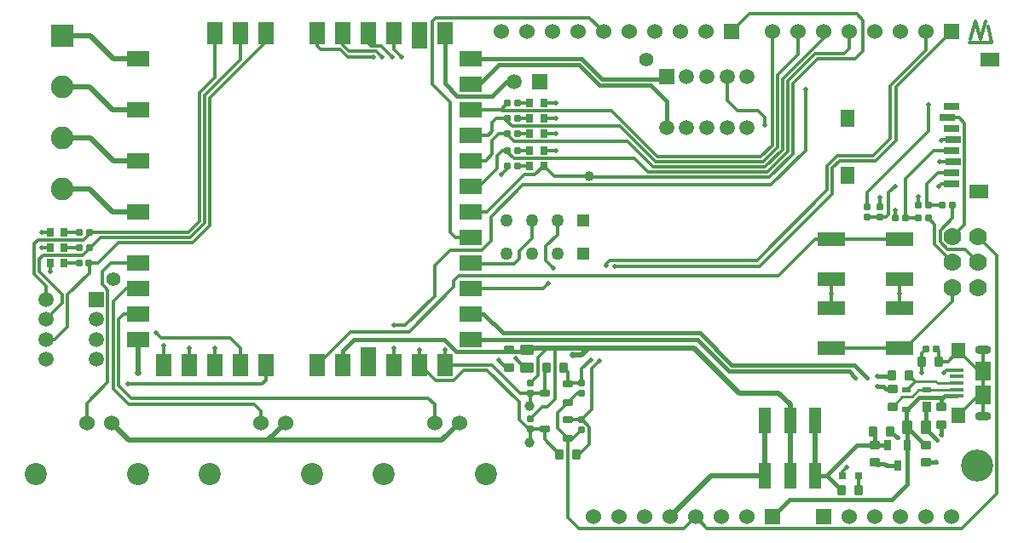
<source format=gtl>
G04 Layer_Physical_Order=1*
G04 Layer_Color=255*
%FSLAX25Y25*%
%MOIN*%
G70*
G01*
G75*
%ADD10R,0.06000X0.09000*%
%ADD11R,0.09000X0.06000*%
G04:AMPARAMS|DCode=12|XSize=39.37mil|YSize=35.43mil|CornerRadius=4.43mil|HoleSize=0mil|Usage=FLASHONLY|Rotation=270.000|XOffset=0mil|YOffset=0mil|HoleType=Round|Shape=RoundedRectangle|*
%AMROUNDEDRECTD12*
21,1,0.03937,0.02658,0,0,270.0*
21,1,0.03051,0.03543,0,0,270.0*
1,1,0.00886,-0.01329,-0.01526*
1,1,0.00886,-0.01329,0.01526*
1,1,0.00886,0.01329,0.01526*
1,1,0.00886,0.01329,-0.01526*
%
%ADD12ROUNDEDRECTD12*%
%ADD13C,0.03937*%
G04:AMPARAMS|DCode=14|XSize=55.12mil|YSize=39.37mil|CornerRadius=4.92mil|HoleSize=0mil|Usage=FLASHONLY|Rotation=0.000|XOffset=0mil|YOffset=0mil|HoleType=Round|Shape=RoundedRectangle|*
%AMROUNDEDRECTD14*
21,1,0.05512,0.02953,0,0,0.0*
21,1,0.04528,0.03937,0,0,0.0*
1,1,0.00984,0.02264,-0.01476*
1,1,0.00984,-0.02264,-0.01476*
1,1,0.00984,-0.02264,0.01476*
1,1,0.00984,0.02264,0.01476*
%
%ADD14ROUNDEDRECTD14*%
%ADD15R,0.10827X0.05512*%
%ADD16R,0.05512X0.06299*%
%ADD17R,0.06102X0.07480*%
%ADD18R,0.05315X0.01575*%
%ADD19R,0.03000X0.04000*%
G04:AMPARAMS|DCode=20|XSize=39.37mil|YSize=35.43mil|CornerRadius=4.43mil|HoleSize=0mil|Usage=FLASHONLY|Rotation=0.000|XOffset=0mil|YOffset=0mil|HoleType=Round|Shape=RoundedRectangle|*
%AMROUNDEDRECTD20*
21,1,0.03937,0.02658,0,0,0.0*
21,1,0.03051,0.03543,0,0,0.0*
1,1,0.00886,0.01526,-0.01329*
1,1,0.00886,-0.01526,-0.01329*
1,1,0.00886,-0.01526,0.01329*
1,1,0.00886,0.01526,0.01329*
%
%ADD20ROUNDEDRECTD20*%
G04:AMPARAMS|DCode=21|XSize=23.62mil|YSize=23.62mil|CornerRadius=2.36mil|HoleSize=0mil|Usage=FLASHONLY|Rotation=90.000|XOffset=0mil|YOffset=0mil|HoleType=Round|Shape=RoundedRectangle|*
%AMROUNDEDRECTD21*
21,1,0.02362,0.01890,0,0,90.0*
21,1,0.01890,0.02362,0,0,90.0*
1,1,0.00472,0.00945,0.00945*
1,1,0.00472,0.00945,-0.00945*
1,1,0.00472,-0.00945,-0.00945*
1,1,0.00472,-0.00945,0.00945*
%
%ADD21ROUNDEDRECTD21*%
%ADD22R,0.03347X0.02362*%
%ADD23R,0.03347X0.03937*%
G04:AMPARAMS|DCode=24|XSize=55.12mil|YSize=39.37mil|CornerRadius=4.92mil|HoleSize=0mil|Usage=FLASHONLY|Rotation=90.000|XOffset=0mil|YOffset=0mil|HoleType=Round|Shape=RoundedRectangle|*
%AMROUNDEDRECTD24*
21,1,0.05512,0.02953,0,0,90.0*
21,1,0.04528,0.03937,0,0,90.0*
1,1,0.00984,0.01476,0.02264*
1,1,0.00984,0.01476,-0.02264*
1,1,0.00984,-0.01476,-0.02264*
1,1,0.00984,-0.01476,0.02264*
%
%ADD24ROUNDEDRECTD24*%
%ADD25R,0.05906X0.03150*%
%ADD26R,0.07480X0.05512*%
%ADD27R,0.05512X0.07087*%
%ADD28R,0.03000X0.03200*%
%ADD29R,0.04724X0.09843*%
%ADD30R,0.03150X0.03150*%
G04:AMPARAMS|DCode=31|XSize=23.62mil|YSize=39.37mil|CornerRadius=2.95mil|HoleSize=0mil|Usage=FLASHONLY|Rotation=90.000|XOffset=0mil|YOffset=0mil|HoleType=Round|Shape=RoundedRectangle|*
%AMROUNDEDRECTD31*
21,1,0.02362,0.03347,0,0,90.0*
21,1,0.01772,0.03937,0,0,90.0*
1,1,0.00591,0.01673,0.00886*
1,1,0.00591,0.01673,-0.00886*
1,1,0.00591,-0.01673,-0.00886*
1,1,0.00591,-0.01673,0.00886*
%
%ADD31ROUNDEDRECTD31*%
G04:AMPARAMS|DCode=32|XSize=23.62mil|YSize=23.62mil|CornerRadius=2.36mil|HoleSize=0mil|Usage=FLASHONLY|Rotation=0.000|XOffset=0mil|YOffset=0mil|HoleType=Round|Shape=RoundedRectangle|*
%AMROUNDEDRECTD32*
21,1,0.02362,0.01890,0,0,0.0*
21,1,0.01890,0.02362,0,0,0.0*
1,1,0.00472,0.00945,-0.00945*
1,1,0.00472,-0.00945,-0.00945*
1,1,0.00472,-0.00945,0.00945*
1,1,0.00472,0.00945,0.00945*
%
%ADD32ROUNDEDRECTD32*%
%ADD33C,0.02000*%
%ADD34C,0.01200*%
%ADD35C,0.01800*%
%ADD36C,0.01500*%
%ADD37C,0.01600*%
%ADD38C,0.01000*%
%ADD39R,0.06000X0.04000*%
%ADD40R,0.06000X0.06000*%
%ADD41C,0.02000*%
%ADD42C,0.05512*%
%ADD43R,0.05906X0.05906*%
%ADD44C,0.05906*%
%ADD45R,0.08858X0.08858*%
%ADD46C,0.08858*%
%ADD47C,0.02600*%
%ADD48O,0.06299X0.03543*%
%ADD49C,0.07000*%
%ADD50C,0.06000*%
%ADD51C,0.12598*%
%ADD52R,0.05906X0.05906*%
%ADD53C,0.05000*%
%ADD54R,0.05000X0.05000*%
%ADD55C,0.08661*%
D10*
X122000Y199500D02*
D03*
X132000D02*
D03*
X142000D02*
D03*
X152000D02*
D03*
X162000D02*
D03*
X172000D02*
D03*
Y69500D02*
D03*
X162000D02*
D03*
X152000D02*
D03*
X142000D02*
D03*
X132000D02*
D03*
X122000D02*
D03*
X102000D02*
D03*
X92000D02*
D03*
X82000D02*
D03*
X72000D02*
D03*
X62000D02*
D03*
X102000Y199500D02*
D03*
X92000D02*
D03*
X82000D02*
D03*
D11*
X182000Y189500D02*
D03*
Y179500D02*
D03*
Y169500D02*
D03*
Y159500D02*
D03*
Y149500D02*
D03*
Y139500D02*
D03*
Y129500D02*
D03*
Y119500D02*
D03*
Y109500D02*
D03*
Y99500D02*
D03*
X52000Y189500D02*
D03*
Y169500D02*
D03*
Y149500D02*
D03*
Y129500D02*
D03*
Y109500D02*
D03*
Y99500D02*
D03*
Y89500D02*
D03*
Y79500D02*
D03*
X182000Y89500D02*
D03*
Y79500D02*
D03*
D12*
X216653Y34500D02*
D03*
X223346D02*
D03*
X211807Y68500D02*
D03*
X218500D02*
D03*
X346193Y43500D02*
D03*
X339500D02*
D03*
X358374Y70976D02*
D03*
X365067D02*
D03*
X353346Y65500D02*
D03*
X327000Y20500D02*
D03*
X333693D02*
D03*
X346654Y65500D02*
D03*
D13*
X228500Y143500D02*
D03*
X205000Y39000D02*
D03*
Y53500D02*
D03*
D14*
X204043Y75543D02*
D03*
Y68457D02*
D03*
D15*
X323213Y76126D02*
D03*
Y91874D02*
D03*
X349787Y76126D02*
D03*
Y91874D02*
D03*
X349787Y118874D02*
D03*
Y103126D02*
D03*
X323213Y118874D02*
D03*
Y103126D02*
D03*
D16*
X372886Y49902D02*
D03*
Y75098D02*
D03*
D17*
X382531Y67225D02*
D03*
Y57775D02*
D03*
D18*
X372000Y67618D02*
D03*
Y65059D02*
D03*
Y57382D02*
D03*
Y59941D02*
D03*
Y62500D02*
D03*
D19*
X352740Y38268D02*
D03*
X345260D02*
D03*
X349000Y30000D02*
D03*
D20*
X340000Y38193D02*
D03*
Y31500D02*
D03*
X360000Y38193D02*
D03*
Y31500D02*
D03*
X347000Y53307D02*
D03*
X197000Y68654D02*
D03*
Y75346D02*
D03*
X366000Y53000D02*
D03*
Y46307D02*
D03*
X347000Y60000D02*
D03*
D21*
X364189Y75976D02*
D03*
X360252D02*
D03*
X196531Y172000D02*
D03*
X200468D02*
D03*
X32937Y109500D02*
D03*
X29000D02*
D03*
X32969Y115500D02*
D03*
X29032D02*
D03*
X32969Y121500D02*
D03*
X29032D02*
D03*
X196531Y166000D02*
D03*
X200468D02*
D03*
X196531Y160000D02*
D03*
X200468D02*
D03*
X196531Y153500D02*
D03*
X200468D02*
D03*
X200437Y147500D02*
D03*
X196500D02*
D03*
X360968Y132000D02*
D03*
X357031D02*
D03*
X351969Y127000D02*
D03*
X348031D02*
D03*
X366500Y132000D02*
D03*
X370437D02*
D03*
X357063Y127000D02*
D03*
X361000D02*
D03*
D22*
X352465Y59740D02*
D03*
Y52260D02*
D03*
X360535Y59740D02*
D03*
D23*
Y53047D02*
D03*
D24*
X360043Y45000D02*
D03*
X352957D02*
D03*
D25*
X370075Y170830D02*
D03*
X368500Y166500D02*
D03*
X370075Y162169D02*
D03*
X370862Y157838D02*
D03*
X370075Y153507D02*
D03*
X370862Y149177D02*
D03*
X370075Y144846D02*
D03*
Y140515D02*
D03*
D26*
X385232Y189177D02*
D03*
X380705Y137405D02*
D03*
D27*
X329524Y166106D02*
D03*
Y143704D02*
D03*
D28*
X17750Y109500D02*
D03*
X23250D02*
D03*
X17750Y115500D02*
D03*
X23250D02*
D03*
X17750Y121500D02*
D03*
X23250D02*
D03*
X210750Y166000D02*
D03*
X205250D02*
D03*
X210750Y160000D02*
D03*
X205250D02*
D03*
X210750Y172000D02*
D03*
X205250D02*
D03*
X210750Y153500D02*
D03*
X205250D02*
D03*
X210750Y147500D02*
D03*
X205250D02*
D03*
D29*
X297158Y47827D02*
D03*
X316843D02*
D03*
X307000D02*
D03*
Y26173D02*
D03*
X316843D02*
D03*
X297158D02*
D03*
D30*
X327350Y26000D02*
D03*
X333650D02*
D03*
D31*
X220028Y40760D02*
D03*
Y48240D02*
D03*
X210972Y44500D02*
D03*
X220028Y54760D02*
D03*
Y62240D02*
D03*
X210972Y58500D02*
D03*
D32*
X225500Y48000D02*
D03*
Y44063D02*
D03*
Y62468D02*
D03*
Y58531D02*
D03*
X205500Y58563D02*
D03*
Y62500D02*
D03*
Y44532D02*
D03*
Y48469D02*
D03*
X342000Y127532D02*
D03*
Y131468D02*
D03*
X337000Y127500D02*
D03*
Y131437D02*
D03*
D33*
X102965Y40000D02*
X170965D01*
X48327D02*
X102965D01*
X109646Y46681D01*
X170965Y40000D02*
X177646Y46681D01*
X41646D02*
X48327Y40000D01*
X307000Y47827D02*
Y54000D01*
X302500Y58500D02*
X307000Y54000D01*
X287000Y58500D02*
X302500D01*
X307000Y26173D02*
Y47827D01*
X52000Y66500D02*
Y79500D01*
X41500Y46354D02*
X41646Y46500D01*
X42000Y129500D02*
X52000D01*
X33000Y138500D02*
X42000Y129500D01*
X22500Y138500D02*
X33000D01*
X212000Y76000D02*
X215000D01*
X204500D02*
X212000D01*
X204043Y75543D02*
X204500Y76000D01*
X269500D02*
X287000Y58500D01*
X260000Y10000D02*
X276173Y26173D01*
X297158D01*
X316843D02*
Y47827D01*
X297158Y26173D02*
Y47827D01*
X22500Y178500D02*
X33000D01*
X42000Y169500D01*
X52000D01*
X22500Y158500D02*
X33500D01*
X42500Y149500D01*
X52000D01*
X22500Y198500D02*
X33500D01*
X42500Y189500D01*
X52000D01*
X225500Y73500D02*
X228000Y76000D01*
X222000Y73500D02*
X225500D01*
X215000Y76000D02*
X228000D01*
X269500D01*
D34*
X168000Y46681D02*
Y54000D01*
X165500Y56500D02*
X168000Y54000D01*
X49500Y56500D02*
X165500D01*
X100000Y46681D02*
Y51500D01*
X97500Y54000D02*
X100000Y51500D01*
X48500Y54000D02*
X97500D01*
X361000Y161000D02*
Y171500D01*
X337000Y137000D02*
X361000Y161000D01*
X337000Y131437D02*
Y137000D01*
X235000Y108500D02*
Y109000D01*
X236500Y110500D01*
X238500Y108000D02*
X295000D01*
X323500Y136500D01*
X236500Y110500D02*
X294000D01*
X321500Y138000D01*
Y147500D01*
X323500Y136500D02*
Y146672D01*
X321500Y147500D02*
X325500Y151500D01*
X323500Y146672D02*
X326328Y149500D01*
X325500Y151500D02*
X339500D01*
X326328Y149500D02*
X340500D01*
X339500Y151500D02*
X346000Y158000D01*
X340500Y149500D02*
X348500Y157500D01*
X346000Y158000D02*
Y178828D01*
X348500Y157500D02*
Y178500D01*
X346000Y178828D02*
X360000Y192828D01*
Y200000D01*
X348500Y178500D02*
X370000Y200000D01*
X265600Y5600D02*
X270000Y10000D01*
X224400Y5600D02*
X265600D01*
X365500Y149000D02*
X365677Y149177D01*
X370862D01*
X366000Y157500D02*
X366338Y157838D01*
X370862D01*
X299500Y140000D02*
X313000Y153500D01*
Y177500D01*
X308000Y152186D02*
Y179843D01*
X298814Y143000D02*
X308000Y152186D01*
X229000Y143000D02*
X298814D01*
X306000Y153015D02*
Y180672D01*
X297985Y145000D02*
X306000Y153015D01*
X251500Y145000D02*
X297985D01*
X304000Y153843D02*
Y181500D01*
X297157Y147000D02*
X304000Y153843D01*
X253500Y147000D02*
X297157D01*
X302000Y154672D02*
Y183000D01*
X296328Y149000D02*
X302000Y154672D01*
X254328Y149000D02*
X296328D01*
X300000Y155500D02*
Y200000D01*
X295500Y151000D02*
X300000Y155500D01*
X255157Y151000D02*
X295500D01*
X316874Y118874D02*
X323213D01*
X349787Y97500D02*
Y103126D01*
Y91874D02*
Y97500D01*
X323213D02*
Y103126D01*
Y91874D02*
Y97500D01*
X342000Y131468D02*
Y135000D01*
X345500Y137000D02*
X348000Y139500D01*
X345500Y128722D02*
Y137000D01*
X345450Y128672D02*
X345500Y128722D01*
X345450Y128450D02*
Y128672D01*
X344531Y127532D02*
X345450Y128450D01*
X342000Y127532D02*
X344531D01*
X341968Y127500D02*
X342000Y127532D01*
X337000Y127500D02*
X341968D01*
X246000Y150500D02*
X251500Y145000D01*
X243500Y157000D02*
X253500Y147000D01*
X240328Y163000D02*
X254328Y149000D01*
X237157Y169000D02*
X255157Y151000D01*
X214750Y143500D02*
X228500D01*
X210750Y147500D02*
X214750Y143500D01*
X199000Y150500D02*
X246000D01*
X199265Y157000D02*
X243500D01*
X198500Y163000D02*
X240328D01*
X194532Y169000D02*
X237157D01*
X168000Y96500D02*
Y108500D01*
X156500Y85000D02*
X168000Y96500D01*
X152000Y85000D02*
X156500D01*
X175500Y100000D02*
Y102480D01*
X158000Y82500D02*
X175500Y100000D01*
X152000Y69500D02*
Y76000D01*
X135000Y82500D02*
X158000D01*
X122000Y69500D02*
X135000Y82500D01*
X335500Y192500D02*
Y204500D01*
X332500Y189500D02*
X335500Y192500D01*
X317657Y189500D02*
X332500D01*
X284000Y200000D02*
X291000Y207000D01*
X333000D01*
X335500Y204500D01*
X310000Y191000D02*
Y200000D01*
X302000Y183000D02*
X310000Y191000D01*
X304000Y181500D02*
X320000Y197500D01*
X306000Y180672D02*
X316828Y191500D01*
X308000Y179843D02*
X317657Y189500D01*
X316828Y191500D02*
X328000D01*
X330000Y193500D02*
Y200000D01*
X320000Y197500D02*
Y200000D01*
X352126Y76126D02*
X370551Y94551D01*
X358374Y66500D02*
Y70976D01*
Y74098D01*
X17750Y106250D02*
Y109500D01*
X14500Y115500D02*
X17750D01*
X14500Y121500D02*
X17750D01*
X22500Y93779D02*
Y97000D01*
X13500Y106000D02*
X22500Y97000D01*
X13500Y106000D02*
Y111000D01*
X16158Y95311D02*
Y100343D01*
X11500Y105000D02*
X16158Y100343D01*
X11500Y105000D02*
Y117000D01*
X15000Y112500D02*
X30432D01*
X13500Y111000D02*
X15000Y112500D01*
X11500Y117000D02*
X13000Y118500D01*
X30756D01*
X44500Y61500D02*
X49500Y56500D01*
X44500Y61500D02*
Y87500D01*
X48000Y62000D02*
X100500D01*
X42500Y60000D02*
X48500Y54000D01*
X42500Y60000D02*
Y94500D01*
X40195Y62695D02*
Y98844D01*
X32000Y54500D02*
X40195Y62695D01*
X32000Y46500D02*
Y54500D01*
X100500Y62000D02*
X102000Y63500D01*
Y69500D01*
X92000D02*
Y76000D01*
X88000Y80000D02*
X92000Y76000D01*
X61000Y80000D02*
X88000D01*
X59000Y82000D02*
X61000Y80000D01*
X82000Y69500D02*
Y76000D01*
X72000Y69500D02*
Y76000D01*
X62000Y69500D02*
Y77000D01*
X224500Y34500D02*
X228500Y38500D01*
X223500Y34500D02*
X224500D01*
X228500Y38500D02*
Y45267D01*
X24500Y84500D02*
Y97000D01*
X19563Y79563D02*
X24500Y84500D01*
X16158Y79563D02*
X19563D01*
X24500Y97000D02*
X33000Y105500D01*
X44500Y87500D02*
X46500Y89500D01*
X39375Y99664D02*
X40195Y98844D01*
X39336Y99664D02*
X39375D01*
X38000Y101000D02*
X39336Y99664D01*
X38000Y101000D02*
Y106000D01*
X41500Y109500D01*
X52000D01*
X23250D02*
X29000D01*
X23250Y115500D02*
X29032D01*
X23250Y121500D02*
X29032D01*
X33189Y115279D02*
Y115524D01*
X32969Y115500D02*
X33189Y115279D01*
Y115257D02*
Y115279D01*
X71672Y121500D02*
X76000Y125828D01*
X32969Y121500D02*
X71672D01*
X32969Y120713D02*
Y121500D01*
X30756Y118500D02*
X32969Y120713D01*
X30432Y112500D02*
X33189Y115257D01*
X33000Y109524D02*
X36524D01*
X33000Y105500D02*
Y109524D01*
X16158Y87437D02*
X22500Y93779D01*
X46500Y89500D02*
X52000D01*
X42500Y94500D02*
X47500Y99500D01*
X52000D01*
X80000Y174172D02*
X102000Y196172D01*
X80000Y124000D02*
Y174172D01*
X102000Y196172D02*
Y199500D01*
X92000Y189000D02*
Y199500D01*
X78000Y175000D02*
X92000Y189000D01*
X82000Y182000D02*
Y199500D01*
X76000Y176000D02*
X82000Y182000D01*
X76000Y125828D02*
Y176000D01*
X78000Y125000D02*
Y175000D01*
X174000Y121500D02*
Y172500D01*
X181500Y120000D02*
X182000Y119500D01*
X167000Y179500D02*
X174000Y172500D01*
X328000Y191500D02*
X330000Y193500D01*
X228500Y143500D02*
X229000Y143000D01*
X200468Y166000D02*
X205250D01*
X200468Y153500D02*
X205250D01*
X200468Y160000D02*
X205250D01*
X210750Y153500D02*
X215500D01*
X210750Y160000D02*
X215500D01*
X210750Y172000D02*
X215500D01*
X210750Y166000D02*
X215500D01*
X194000Y144000D02*
X196500Y146500D01*
Y147500D01*
X207250Y144000D02*
X210750Y147500D01*
X200437D02*
X205250D01*
X190500Y152000D02*
Y157500D01*
X188000Y149500D02*
X190500Y152000D01*
Y157500D02*
X193000Y160000D01*
X192500Y151500D02*
X194500Y153500D01*
X192500Y146500D02*
Y151500D01*
X185500Y139500D02*
X192500Y146500D01*
X193000Y160000D02*
X196531D01*
X190500Y164500D02*
X192000Y166000D01*
X190500Y161000D02*
Y164500D01*
X189000Y159500D02*
X190500Y161000D01*
X182000Y159500D02*
X189000D01*
X192000Y166000D02*
X196531D01*
Y152969D02*
X199000Y150500D01*
X196531Y152969D02*
Y153500D01*
X194500D02*
X196531D01*
X182000Y139500D02*
X185500D01*
X196531Y159733D02*
X199265Y157000D01*
X196531Y159733D02*
Y160000D01*
X182000Y149500D02*
X188000D01*
X196531Y164969D02*
X198500Y163000D01*
X196531Y164969D02*
Y166000D01*
X194032Y169500D02*
X194532Y169000D01*
X200468Y172000D02*
X205250D01*
X194032Y169500D02*
X196531Y172000D01*
X182000Y169500D02*
X194032D01*
X370551Y94551D02*
Y99803D01*
X349787Y76126D02*
X352126D01*
X323213D02*
X349787D01*
X349787Y91874D02*
X349787Y91874D01*
X323213Y118874D02*
X349787D01*
X323213Y91874D02*
X323213Y91874D01*
X205000Y39000D02*
X205500Y39500D01*
Y44532D01*
X205000Y53500D02*
X205500Y54000D01*
Y58563D01*
X188500Y67500D02*
X201000Y55000D01*
Y48244D02*
Y55000D01*
Y48244D02*
X204713Y44532D01*
X229500Y68000D02*
X232500Y71000D01*
X229500Y52000D02*
Y68000D01*
X225500D02*
X229000Y71500D01*
X225500Y62468D02*
Y68000D01*
Y48000D02*
X229500Y52000D01*
X215000Y56000D02*
Y76000D01*
X212000Y53000D02*
X215000Y56000D01*
X210032Y53000D02*
X212000D01*
X210972Y40335D02*
X216807Y34500D01*
X210972Y40335D02*
Y44500D01*
X225767Y48000D02*
X228500Y45267D01*
X225500Y48000D02*
X225767D01*
X222197Y40760D02*
X225500Y44063D01*
X205500Y48469D02*
X210032Y53000D01*
X220028Y62240D02*
Y66972D01*
X218500Y68500D02*
X220028Y66972D01*
X210972Y58500D02*
Y67665D01*
X211807Y68500D01*
X208500Y72500D02*
X212000Y76000D01*
X208500Y65500D02*
Y72500D01*
X203299Y68457D02*
X204043D01*
X199756Y72000D02*
X203299Y68457D01*
X205500Y62500D02*
X208500Y65500D01*
X220028Y9972D02*
Y40760D01*
Y9972D02*
X224400Y5600D01*
X225260Y48240D02*
X225500Y48000D01*
X220028Y48240D02*
X225260D01*
X220028Y62240D02*
X220256Y62468D01*
X225500D01*
X220028Y54760D02*
X223799Y58531D01*
X225500D01*
X220028Y40760D02*
X222197D01*
X216000Y44787D02*
X220028Y40760D01*
X216000Y44787D02*
Y50732D01*
X220028Y54760D01*
X210941Y44532D02*
X210972Y44500D01*
X205500Y44532D02*
X210941D01*
X204713D02*
X205500D01*
X201437Y58563D02*
X205500D01*
X190500Y69500D02*
X201437Y58563D01*
X172000Y69500D02*
X190500D01*
X193000Y71500D02*
X195846Y68654D01*
X197000D01*
X205500Y58563D02*
X205563Y58500D01*
X210972D01*
X175580Y63600D02*
X179480Y67500D01*
X168420Y63600D02*
X175580D01*
X162520Y69500D02*
X168420Y63600D01*
X179480Y67500D02*
X188500D01*
X372886Y49902D02*
X380760Y57775D01*
X372886Y75098D02*
X380760Y67225D01*
X327350Y27850D02*
X329000Y29500D01*
X327350Y26000D02*
Y27850D01*
Y26000D02*
X327758Y26408D01*
X333650Y26000D02*
X333693Y25957D01*
Y20500D02*
Y25957D01*
X370551Y119803D02*
X375215Y124467D01*
Y164285D01*
X373000Y166500D02*
X375215Y164285D01*
X368500Y166500D02*
X373000D01*
X375451Y114903D02*
X380551Y109803D01*
X366015Y140515D02*
X370075D01*
X365000Y139500D02*
X366015Y140515D01*
X364846Y144846D02*
X370075D01*
X360500Y140500D02*
X364846Y144846D01*
X352000Y127000D02*
X357063D01*
X360500Y132000D02*
X365531D01*
X360500D02*
Y140500D01*
X351969Y127000D02*
Y142469D01*
X363007Y153507D01*
X370075D01*
X370500Y127000D02*
Y132000D01*
X365651Y122151D02*
X370500Y127000D01*
X365651Y117773D02*
Y122151D01*
X368522Y114903D02*
X375451D01*
X365651Y117773D02*
X368522Y114903D01*
X363500Y116854D02*
X370551Y109803D01*
X363500Y116854D02*
Y124500D01*
X361000Y127000D02*
X363500Y124500D01*
X365067Y70976D02*
X368764D01*
X372886Y75098D01*
X380760Y67225D02*
X382531D01*
Y57775D02*
Y67225D01*
X380760Y57775D02*
X382531D01*
X357000Y132032D02*
Y135500D01*
Y132032D02*
X357031Y132000D01*
X348000Y127032D02*
Y130000D01*
Y127032D02*
X348031Y127000D01*
X358374Y74098D02*
X360252Y75976D01*
X364189D02*
X365067Y75098D01*
Y70976D02*
Y75098D01*
X368118Y67618D02*
X372000D01*
X367000Y66500D02*
X368118Y67618D01*
X382531Y67225D02*
Y75492D01*
Y49508D02*
Y57775D01*
X152000Y193000D02*
Y199500D01*
Y193000D02*
X155000Y190000D01*
X145000Y192500D02*
X147500Y190000D01*
X147000Y194500D02*
X151500Y190000D01*
X143000Y194500D02*
X147000D01*
X142000Y195500D02*
X143000Y194500D01*
X142000Y195500D02*
Y199500D01*
X122000Y194500D02*
Y199500D01*
Y194500D02*
X123500Y193000D01*
X132000Y194828D02*
Y199500D01*
X123500Y193000D02*
X131000D01*
X132000Y194828D02*
X134328Y192500D01*
X145000D01*
X131000Y193000D02*
X134000Y190000D01*
X144000D01*
X167000Y179500D02*
Y204000D01*
X228500Y205500D02*
X234000Y200000D01*
X167000Y204000D02*
X168500Y205500D01*
X228500D01*
X282374Y173126D02*
Y182343D01*
Y173126D02*
X286500Y169000D01*
X294500D01*
X297000Y166500D01*
Y163500D02*
Y166500D01*
X168000Y108500D02*
X174000Y114500D01*
X175500Y102480D02*
X177520Y104500D01*
X176000Y119500D02*
X182000D01*
X174000Y121500D02*
X176000Y119500D01*
X174000Y114500D02*
X186480D01*
X190000Y118020D01*
X182000Y129500D02*
X188500D01*
X190000Y118020D02*
Y127500D01*
X202500Y140000D01*
X299500D01*
X188500Y129500D02*
X203000Y144000D01*
X207250D01*
X182000Y99500D02*
X210500D01*
X212500Y101500D01*
X162000Y69500D02*
Y75500D01*
X172000Y69500D02*
Y75500D01*
X302500Y104500D02*
X316874Y118874D01*
X177520Y104500D02*
X302500D01*
X211500Y110500D02*
X214500Y107500D01*
X201000Y114000D02*
X206000Y119000D01*
X201000Y111000D02*
Y114000D01*
X199100Y109100D02*
X201000Y111000D01*
X182400Y109100D02*
X199100D01*
X182000Y109500D02*
X182400Y109100D01*
X206000Y119000D02*
Y126000D01*
X211500Y110500D02*
Y116000D01*
X216000Y120500D01*
Y126000D01*
X33189Y115257D02*
X37432Y119500D01*
X72500D01*
X78000Y125000D01*
X36524Y109524D02*
X44500Y117500D01*
X73500D01*
X80000Y124000D01*
X270000Y10000D02*
X274500Y5500D01*
X374000D01*
X387699Y19199D01*
Y112655D01*
X380551Y119803D02*
X387699Y112655D01*
X381500Y197098D02*
X383500Y204098D01*
X379500D02*
X381500Y197098D01*
X377100Y195700D02*
X385663D01*
X384500Y202098D02*
X385663Y195700D01*
X377500Y197098D02*
X379500Y204098D01*
D35*
X136500Y79500D02*
X171904D01*
X132000Y75000D02*
X136500Y79500D01*
X132000Y69500D02*
Y75000D01*
X171904Y79500D02*
X176604Y74800D01*
X204043D01*
Y75543D01*
D36*
X258752Y162657D02*
Y172748D01*
X252500Y179000D02*
X258752Y172748D01*
X257909Y181500D02*
X258752Y182343D01*
X271785Y82000D02*
X284285Y69500D01*
X194750Y82000D02*
X271785D01*
X270750Y79500D02*
X283250Y67000D01*
X182000Y79500D02*
X270750D01*
X187250Y89500D02*
X194750Y82000D01*
X283250Y67000D02*
X330147D01*
X284285Y69500D02*
X332000D01*
X182000Y89500D02*
X187250D01*
X346153Y65000D02*
X346654Y65500D01*
X341000Y65000D02*
X346153D01*
X344500Y60000D02*
X347000D01*
X343500Y61000D02*
X344500Y60000D01*
X341000Y61000D02*
X343500D01*
X332000Y69500D02*
X337000Y64500D01*
X330147Y67000D02*
X332500Y64647D01*
X172000Y179808D02*
Y199500D01*
Y179808D02*
X176858Y174950D01*
X196000Y180500D02*
X199000D01*
X182000Y179500D02*
X185500D01*
X176858Y174950D02*
X190450D01*
X196000Y180500D01*
X185500Y179500D02*
X193000Y187000D01*
X224500D01*
X182000Y189500D02*
X225500D01*
X224500Y187000D02*
X232500Y179000D01*
X252500D01*
X225500Y189500D02*
X233500Y181500D01*
X257909D01*
D37*
X345000Y30000D02*
X349000D01*
X344717D02*
X345000D01*
X346932Y16931D02*
X352740Y22740D01*
X306931Y16931D02*
X346932D01*
X352740Y22740D02*
Y38268D01*
X300000Y10000D02*
X306931Y16931D01*
X343817Y30900D02*
X344717Y30000D01*
X341749Y30900D02*
X343817D01*
X341378Y30528D02*
X341749Y30900D01*
X340972Y30528D02*
X341378D01*
X340000Y31500D02*
X340972Y30528D01*
X321327Y26173D02*
X327000Y20500D01*
X321173Y26173D02*
X321327D01*
X333162Y38193D02*
X340000D01*
X321173Y26204D02*
X333162Y38193D01*
X321173Y26173D02*
Y26204D01*
X316843Y26173D02*
X321173D01*
X367382Y57382D02*
X372000D01*
X366000Y53000D02*
Y56000D01*
X366959Y56959D02*
X367382Y57382D01*
X357346Y56959D02*
X366959D01*
X352647Y52260D02*
X357346Y56959D01*
X352465Y52260D02*
X352647D01*
X366000Y56000D02*
X366959Y56959D01*
X352465Y45492D02*
Y52260D01*
Y45492D02*
X352957Y45000D01*
X348693Y41000D02*
X349000D01*
X346193Y43500D02*
X348693Y41000D01*
X366000Y42000D02*
Y46307D01*
X352957Y45000D02*
X359764Y38193D01*
X360000D01*
X352957Y38484D02*
Y45000D01*
X352740Y38268D02*
X352957Y38484D01*
X360043Y45000D02*
Y52555D01*
X360535Y53047D01*
X360043Y44457D02*
Y45000D01*
Y44457D02*
X364500Y40000D01*
X360000Y31500D02*
X364000D01*
X340075Y38268D02*
X345260D01*
X340000Y38193D02*
X340075Y38268D01*
X340000Y38193D02*
Y43000D01*
X339500Y43500D02*
X340000Y43000D01*
D38*
X353346Y65500D02*
X355725Y63122D01*
Y63000D02*
Y63122D01*
X357157Y59740D02*
X360535D01*
X364500Y62500D02*
X372000D01*
X364000Y63000D02*
X364500Y62500D01*
X355725Y63000D02*
X364000D01*
X352465Y59740D02*
X355725Y63000D01*
X360736Y59941D02*
X372000D01*
X360535Y59740D02*
X360736Y59941D01*
X354676Y57259D02*
X357157Y59740D01*
X350952Y57259D02*
X354676D01*
X347000Y53307D02*
X350952Y57259D01*
D39*
X142000Y74500D02*
D03*
D40*
X162000Y196500D02*
D03*
X320000Y10000D02*
D03*
X284000Y200000D02*
D03*
X370000D02*
D03*
X300000Y10000D02*
D03*
D41*
X235000Y108500D02*
D03*
X238500Y108000D02*
D03*
X143500Y73000D02*
D03*
X140500D02*
D03*
Y75000D02*
D03*
X143500D02*
D03*
X366000Y157500D02*
D03*
X365500Y149000D02*
D03*
X348000Y139500D02*
D03*
X342000Y135000D02*
D03*
X361000Y171500D02*
D03*
X313000Y177500D02*
D03*
X14500Y121500D02*
D03*
Y115500D02*
D03*
X17750Y106250D02*
D03*
X48000Y62000D02*
D03*
X59000Y82000D02*
D03*
X82000Y76000D02*
D03*
X72000D02*
D03*
X62000Y77000D02*
D03*
X215500Y153500D02*
D03*
Y160000D02*
D03*
Y166000D02*
D03*
Y172000D02*
D03*
X194000Y144000D02*
D03*
X349787Y97500D02*
D03*
X323213D02*
D03*
X152000Y85000D02*
D03*
Y76000D02*
D03*
X229000Y71500D02*
D03*
X232500Y71000D02*
D03*
X199756Y72000D02*
D03*
X193000Y71500D02*
D03*
X329000Y29500D02*
D03*
X365000Y139500D02*
D03*
X357000Y135500D02*
D03*
X348000Y130000D02*
D03*
X358374Y66500D02*
D03*
X367000D02*
D03*
X366000Y42000D02*
D03*
X349000Y41000D02*
D03*
X364500Y40000D02*
D03*
X364000Y31500D02*
D03*
X345000Y30000D02*
D03*
X341000Y65000D02*
D03*
Y61000D02*
D03*
X332500Y64647D02*
D03*
X337000Y64500D02*
D03*
X155000Y190000D02*
D03*
X151500D02*
D03*
X147500D02*
D03*
X144000D02*
D03*
X163500Y197000D02*
D03*
X160500D02*
D03*
Y195000D02*
D03*
X163500D02*
D03*
X297000Y163500D02*
D03*
X212500Y101500D02*
D03*
X162000Y75500D02*
D03*
X172000D02*
D03*
X214500Y107500D02*
D03*
D42*
X42535Y103185D02*
D03*
X250878Y189035D02*
D03*
D43*
X35842Y95311D02*
D03*
D44*
Y87437D02*
D03*
Y79563D02*
D03*
Y71689D02*
D03*
X16158D02*
D03*
Y79563D02*
D03*
Y87437D02*
D03*
Y95311D02*
D03*
X199000Y180500D02*
D03*
X266626Y182343D02*
D03*
X274500D02*
D03*
X282374D02*
D03*
X290248D02*
D03*
X258752Y162657D02*
D03*
X266626D02*
D03*
X274500D02*
D03*
X282374D02*
D03*
X290248D02*
D03*
D45*
X22500Y198500D02*
D03*
D46*
Y178500D02*
D03*
Y158500D02*
D03*
Y138500D02*
D03*
D47*
X52000Y66500D02*
D03*
X222000Y73500D02*
D03*
D48*
X382531Y49508D02*
D03*
Y75492D02*
D03*
D49*
X370551Y119803D02*
D03*
X380551D02*
D03*
X370551Y109803D02*
D03*
X380551D02*
D03*
X370551Y99803D02*
D03*
X380551D02*
D03*
D50*
X330000Y10000D02*
D03*
X340000D02*
D03*
X350000D02*
D03*
X360000D02*
D03*
X370000D02*
D03*
X274000Y200000D02*
D03*
X264000D02*
D03*
X254000D02*
D03*
X244000D02*
D03*
X234000D02*
D03*
X224000D02*
D03*
X214000D02*
D03*
X204000D02*
D03*
X194000D02*
D03*
X340000D02*
D03*
X330000D02*
D03*
X320000D02*
D03*
X310000D02*
D03*
X300000D02*
D03*
X360000D02*
D03*
X350000D02*
D03*
X270000Y10000D02*
D03*
X260000D02*
D03*
X250000D02*
D03*
X240000D02*
D03*
X230000D02*
D03*
X290000D02*
D03*
X280000D02*
D03*
X109646Y46681D02*
D03*
X100000D02*
D03*
X168000D02*
D03*
X177646D02*
D03*
X41646D02*
D03*
X32000D02*
D03*
D51*
X380000Y30000D02*
D03*
D52*
X209000Y180500D02*
D03*
X258752Y182343D02*
D03*
D53*
X196000Y113000D02*
D03*
X206000D02*
D03*
X216000D02*
D03*
Y126000D02*
D03*
X206000D02*
D03*
X196000D02*
D03*
D54*
X226000Y113000D02*
D03*
Y126000D02*
D03*
D55*
X120000Y26681D02*
D03*
X80000D02*
D03*
X148000D02*
D03*
X188000D02*
D03*
X52000D02*
D03*
X12000D02*
D03*
M02*

</source>
